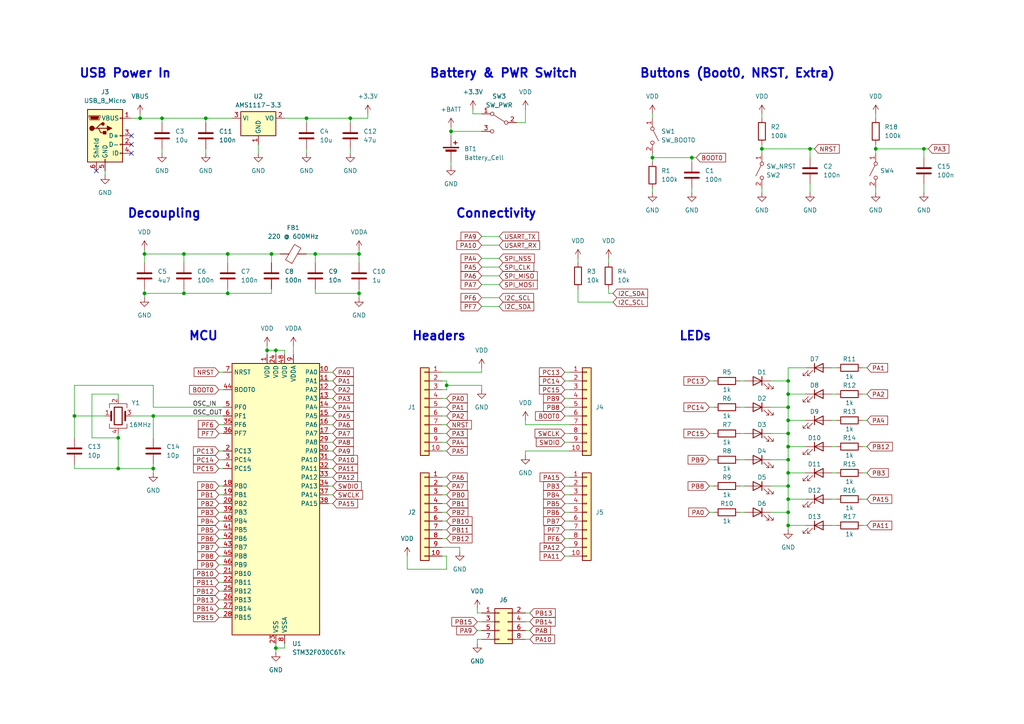
<source format=kicad_sch>
(kicad_sch (version 20230121) (generator eeschema)
  (paper "A4")
  (title_block (title "BeerBoard") (rev "0.1") (company "Potpurri"))
  (lib_symbols
    (symbol "Connector:USB_B_Micro" (pin_names (offset 1.016))
      (property "Reference" "J" (at -5.08 11.43 0))
      (property "Value" "USB_B_Micro" (at -5.08 8.89 0))
      (symbol "USB_B_Micro_1_1"
        (pin power_out line (at 7.62 5.08 180) (length 2.54) (name "VBUS") (number "1"))
        (pin bidirectional line (at 7.62 -2.54 180) (length 2.54) (name "D-") (number "2"))
        (pin bidirectional line (at 7.62 0 180) (length 2.54) (name "D+") (number "3"))
        (pin passive line (at 7.62 -5.08 180) (length 2.54) (name "ID") (number "4"))
        (pin power_out line (at 0 -10.16 90) (length 2.54) (name "GND") (number "5"))
        (pin passive line (at -2.54 -10.16 90) (length 2.54) (name "Shield") (number "6"))
      )
    )
    (symbol "Connector_Generic:Conn_01x10" (pin_names (offset 1.016) hide)
      (property "Reference" "J" (at 0 12.7 0))
      (property "Value" "Conn_01x10" (at 0 -15.24 0))
      (symbol "Conn_01x10_1_1"
        (pin passive line (at -5.08 10.16 0) (length 3.81) (name "Pin_1") (number "1"))
        (pin passive line (at -5.08 -12.7 0) (length 3.81) (name "Pin_10") (number "10"))
        (pin passive line (at -5.08 7.62 0) (length 3.81) (name "Pin_2") (number "2"))
        (pin passive line (at -5.08 5.08 0) (length 3.81) (name "Pin_3") (number "3"))
        (pin passive line (at -5.08 2.54 0) (length 3.81) (name "Pin_4") (number "4"))
        (pin passive line (at -5.08 0 0) (length 3.81) (name "Pin_5") (number "5"))
        (pin passive line (at -5.08 -2.54 0) (length 3.81) (name "Pin_6") (number "6"))
        (pin passive line (at -5.08 -5.08 0) (length 3.81) (name "Pin_7") (number "7"))
        (pin passive line (at -5.08 -7.62 0) (length 3.81) (name "Pin_8") (number "8"))
        (pin passive line (at -5.08 -10.16 0) (length 3.81) (name "Pin_9") (number "9"))
      )
    )
    (symbol "Connector_Generic:Conn_02x04_Odd_Even" (pin_names (offset 1.016) hide)
      (property "Reference" "J" (at 1.27 5.08 0))
      (property "Value" "Conn_02x04_Odd_Even" (at 1.27 -7.62 0))
      (symbol "Conn_02x04_Odd_Even_1_1"
        (pin passive line (at -5.08 2.54 0) (length 3.81) (name "Pin_1") (number "1"))
        (pin passive line (at 7.62 2.54 180) (length 3.81) (name "Pin_2") (number "2"))
        (pin passive line (at -5.08 0 0) (length 3.81) (name "Pin_3") (number "3"))
        (pin passive line (at 7.62 0 180) (length 3.81) (name "Pin_4") (number "4"))
        (pin passive line (at -5.08 -2.54 0) (length 3.81) (name "Pin_5") (number "5"))
        (pin passive line (at 7.62 -2.54 180) (length 3.81) (name "Pin_6") (number "6"))
        (pin passive line (at -5.08 -5.08 0) (length 3.81) (name "Pin_7") (number "7"))
        (pin passive line (at 7.62 -5.08 180) (length 3.81) (name "Pin_8") (number "8"))
      )
    )
    (symbol "Device:Battery_Cell" (pin_numbers hide) (pin_names (offset 0) hide)
      (property "Reference" "BT" (at 2.54 2.54 0))
      (property "Value" "Battery_Cell" (at 2.54 0 0))
      (symbol "Battery_Cell_1_1"
        (pin passive line (at 0 5.08 270) (length 2.54) (name "+") (number "1"))
        (pin passive line (at 0 -2.54 90) (length 2.54) (name "-") (number "2"))
      )
    )
    (symbol "Device:C" (pin_numbers hide) (pin_names (offset 0.254))
      (property "Reference" "C" (at 0.635 2.54 0))
      (property "Value" "C" (at 0.635 -2.54 0))
      (symbol "C_1_1"
        (pin passive line (at 0 3.81 270) (length 2.794) (name "~") (number "1"))
        (pin passive line (at 0 -3.81 90) (length 2.794) (name "~") (number "2"))
      )
    )
    (symbol "Device:Crystal_GND24" (pin_names (offset 1.016) hide)
      (property "Reference" "Y" (at 3.175 5.08 0))
      (property "Value" "Crystal_GND24" (at 3.175 3.175 0))
      (symbol "Crystal_GND24_1_1"
        (pin passive line (at -3.81 0 0) (length 1.27) (name "1") (number "1"))
        (pin passive line (at 0 5.08 270) (length 1.27) (name "2") (number "2"))
        (pin passive line (at 3.81 0 180) (length 1.27) (name "3") (number "3"))
        (pin passive line (at 0 -5.08 90) (length 1.27) (name "4") (number "4"))
      )
    )
    (symbol "Device:FerriteBead" (pin_numbers hide) (pin_names (offset 0))
      (property "Reference" "FB" (at -3.81 0.635 90))
      (property "Value" "FerriteBead" (at 3.81 0 90))
      (symbol "FerriteBead_1_1"
        (pin passive line (at 0 3.81 270) (length 2.54) (name "~") (number "1"))
        (pin passive line (at 0 -3.81 90) (length 2.54) (name "~") (number "2"))
      )
    )
    (symbol "Device:LED" (pin_numbers hide) (pin_names (offset 1.016) hide)
      (property "Reference" "D" (at 0 2.54 0))
      (property "Value" "LED" (at 0 -2.54 0))
      (symbol "LED_1_1"
        (pin passive line (at -3.81 0 0) (length 2.54) (name "K") (number "1"))
        (pin passive line (at 3.81 0 180) (length 2.54) (name "A") (number "2"))
      )
    )
    (symbol "Device:R" (pin_numbers hide) (pin_names (offset 0))
      (property "Reference" "R" (at 2.032 0 90))
      (property "Value" "R" (at 0 0 90))
      (symbol "R_1_1"
        (pin passive line (at 0 3.81 270) (length 1.27) (name "~") (number "1"))
        (pin passive line (at 0 -3.81 90) (length 1.27) (name "~") (number "2"))
      )
    )
    (symbol "MCU_ST_STM32F0:STM32F030C6Tx"
      (property "Reference" "U" (at -12.7 41.91 0))
      (property "Value" "STM32F030C6Tx" (at 7.62 41.91 0))
      (symbol "STM32F030C6Tx_1_1"
        (pin power_in line (at -2.54 43.18 270) (length 2.54) (name "VDD") (number "1"))
        (pin bidirectional line (at 15.24 38.1 180) (length 2.54) (name "PA0") (number "10"))
        (pin bidirectional line (at 15.24 35.56 180) (length 2.54) (name "PA1") (number "11"))
        (pin bidirectional line (at 15.24 33.02 180) (length 2.54) (name "PA2") (number "12"))
        (pin bidirectional line (at 15.24 30.48 180) (length 2.54) (name "PA3") (number "13"))
        (pin bidirectional line (at 15.24 27.94 180) (length 2.54) (name "PA4") (number "14"))
        (pin bidirectional line (at 15.24 25.4 180) (length 2.54) (name "PA5") (number "15"))
        (pin bidirectional line (at 15.24 22.86 180) (length 2.54) (name "PA6") (number "16"))
        (pin bidirectional line (at 15.24 20.32 180) (length 2.54) (name "PA7") (number "17"))
        (pin bidirectional line (at -15.24 5.08 0) (length 2.54) (name "PB0") (number "18"))
        (pin bidirectional line (at -15.24 2.54 0) (length 2.54) (name "PB1") (number "19"))
        (pin bidirectional line (at -15.24 15.24 0) (length 2.54) (name "PC13") (number "2"))
        (pin bidirectional line (at -15.24 0 0) (length 2.54) (name "PB2") (number "20"))
        (pin bidirectional line (at -15.24 -20.32 0) (length 2.54) (name "PB10") (number "21"))
        (pin bidirectional line (at -15.24 -22.86 0) (length 2.54) (name "PB11") (number "22"))
        (pin power_in line (at 0 -40.64 90) (length 2.54) (name "VSS") (number "23"))
        (pin power_in line (at 0 43.18 270) (length 2.54) (name "VDD") (number "24"))
        (pin bidirectional line (at -15.24 -25.4 0) (length 2.54) (name "PB12") (number "25"))
        (pin bidirectional line (at -15.24 -27.94 0) (length 2.54) (name "PB13") (number "26"))
        (pin bidirectional line (at -15.24 -30.48 0) (length 2.54) (name "PB14") (number "27"))
        (pin bidirectional line (at -15.24 -33.02 0) (length 2.54) (name "PB15") (number "28"))
        (pin bidirectional line (at 15.24 17.78 180) (length 2.54) (name "PA8") (number "29"))
        (pin bidirectional line (at -15.24 12.7 0) (length 2.54) (name "PC14") (number "3"))
        (pin bidirectional line (at 15.24 15.24 180) (length 2.54) (name "PA9") (number "30"))
        (pin bidirectional line (at 15.24 12.7 180) (length 2.54) (name "PA10") (number "31"))
        (pin bidirectional line (at 15.24 10.16 180) (length 2.54) (name "PA11") (number "32"))
        (pin bidirectional line (at 15.24 7.62 180) (length 2.54) (name "PA12") (number "33"))
        (pin bidirectional line (at 15.24 5.08 180) (length 2.54) (name "PA13") (number "34"))
        (pin bidirectional line (at -15.24 22.86 0) (length 2.54) (name "PF6") (number "35"))
        (pin bidirectional line (at -15.24 20.32 0) (length 2.54) (name "PF7") (number "36"))
        (pin bidirectional line (at 15.24 2.54 180) (length 2.54) (name "PA14") (number "37"))
        (pin bidirectional line (at 15.24 0 180) (length 2.54) (name "PA15") (number "38"))
        (pin bidirectional line (at -15.24 -2.54 0) (length 2.54) (name "PB3") (number "39"))
        (pin bidirectional line (at -15.24 10.16 0) (length 2.54) (name "PC15") (number "4"))
        (pin bidirectional line (at -15.24 -5.08 0) (length 2.54) (name "PB4") (number "40"))
        (pin bidirectional line (at -15.24 -7.62 0) (length 2.54) (name "PB5") (number "41"))
        (pin bidirectional line (at -15.24 -10.16 0) (length 2.54) (name "PB6") (number "42"))
        (pin bidirectional line (at -15.24 -12.7 0) (length 2.54) (name "PB7") (number "43"))
        (pin input line (at -15.24 33.02 0) (length 2.54) (name "BOOT0") (number "44"))
        (pin bidirectional line (at -15.24 -15.24 0) (length 2.54) (name "PB8") (number "45"))
        (pin bidirectional line (at -15.24 -17.78 0) (length 2.54) (name "PB9") (number "46"))
        (pin passive line (at 0 -40.64 90) (length 2.54) hide (name "VSS") (number "47"))
        (pin power_in line (at 2.54 43.18 270) (length 2.54) (name "VDD") (number "48"))
        (pin bidirectional line (at -15.24 27.94 0) (length 2.54) (name "PF0") (number "5"))
        (pin bidirectional line (at -15.24 25.4 0) (length 2.54) (name "PF1") (number "6"))
        (pin input line (at -15.24 38.1 0) (length 2.54) (name "NRST") (number "7"))
        (pin power_in line (at 2.54 -40.64 90) (length 2.54) (name "VSSA") (number "8"))
        (pin power_in line (at 5.08 43.18 270) (length 2.54) (name "VDDA") (number "9"))
      )
    )
    (symbol "Regulator_Linear:AMS1117-3.3"
      (property "Reference" "U" (at -3.81 3.175 0))
      (property "Value" "AMS1117-3.3" (at 0 3.175 0))
      (symbol "AMS1117-3.3_1_1"
        (pin power_in line (at 0 -7.62 90) (length 2.54) (name "GND") (number "1"))
        (pin power_out line (at 7.62 0 180) (length 2.54) (name "VO") (number "2"))
        (pin power_in line (at -7.62 0 0) (length 2.54) (name "VI") (number "3"))
      )
    )
    (symbol "Switch:SW_SPDT" (pin_names (offset 0) hide)
      (property "Reference" "SW" (at 0 4.318 0))
      (property "Value" "SW_SPDT" (at 0 -5.08 0))
      (symbol "SW_SPDT_1_1"
        (pin passive line (at 5.08 2.54 180) (length 2.54) (name "A") (number "1"))
        (pin passive line (at -5.08 0 0) (length 2.54) (name "B") (number "2"))
        (pin passive line (at 5.08 -2.54 180) (length 2.54) (name "C") (number "3"))
      )
    )
    (symbol "Switch:SW_SPST" (pin_names (offset 0) hide)
      (property "Reference" "SW" (at 0 3.175 0))
      (property "Value" "SW_SPST" (at 0 -2.54 0))
      (symbol "SW_SPST_1_1"
        (pin passive line (at -5.08 0 0) (length 2.54) (name "A") (number "1"))
        (pin passive line (at 5.08 0 180) (length 2.54) (name "B") (number "2"))
      )
    )
    (symbol "power:+3.3V" (power) (pin_names (offset 0))
      (property "Value" "+3.3V" (at 0 3.556 0))
      (symbol "+3.3V_1_1"
        (pin power_in line (at 0 0 90) (length 0) hide (name "+3.3V") (number "1"))
      )
    )
    (symbol "power:+BATT" (power) (pin_names (offset 0))
      (property "Value" "+BATT" (at 0 3.556 0))
      (symbol "+BATT_1_1"
        (pin power_in line (at 0 0 90) (length 0) hide (name "+BATT") (number "1"))
      )
    )
    (symbol "power:GND" (power) (pin_names (offset 0))
      (property "Value" "GND" (at 0 -3.81 0))
      (symbol "GND_1_1"
        (pin power_in line (at 0 0 270) (length 0) hide (name "GND") (number "1"))
      )
    )
    (symbol "power:VBUS" (power) (pin_names (offset 0))
      (property "Value" "VBUS" (at 0 3.81 0))
      (symbol "VBUS_1_1"
        (pin power_in line (at 0 0 90) (length 0) hide (name "VBUS") (number "1"))
      )
    )
    (symbol "power:VDD" (power) (pin_names (offset 0))
      (property "Value" "VDD" (at 0 3.81 0))
      (symbol "VDD_1_1"
        (pin power_in line (at 0 0 90) (length 0) hide (name "VDD") (number "1"))
      )
    )
    (symbol "power:VDDA" (power) (pin_names (offset 0))
      (property "Value" "VDDA" (at 0 3.81 0))
      (symbol "VDDA_1_1"
        (pin power_in line (at 0 0 90) (length 0) hide (name "VDDA") (number "1"))
      )
    )
  )
  (junction (at 41.91 85.09))
  (junction (at 53.34 85.09))
  (junction (at 91.44 73.66))
  (junction (at 53.34 73.66))
  (junction (at 228.6 137.16))
  (junction (at 228.6 118.11))
  (junction (at 44.45 120.65))
  (junction (at 41.91 73.66))
  (junction (at 200.66 45.72))
  (junction (at 228.6 114.3))
  (junction (at 228.6 144.78))
  (junction (at 66.04 85.09))
  (junction (at 40.64 34.29))
  (junction (at 228.6 133.35))
  (junction (at 254 43.18))
  (junction (at 130.81 38.1))
  (junction (at 228.6 129.54))
  (junction (at 220.98 43.18))
  (junction (at 44.45 135.89))
  (junction (at 66.04 73.66))
  (junction (at 21.59 120.65))
  (junction (at 59.69 34.29))
  (junction (at 234.95 43.18))
  (junction (at 228.6 140.97))
  (junction (at 104.14 73.66))
  (junction (at 88.9 34.29))
  (junction (at 77.47 101.6))
  (junction (at 189.23 45.72))
  (junction (at 34.29 135.89))
  (junction (at 78.74 73.66))
  (junction (at 104.14 85.09))
  (junction (at 34.29 127))
  (junction (at 228.6 110.49))
  (junction (at 228.6 152.4))
  (junction (at 228.6 121.92))
  (junction (at 267.97 43.18))
  (junction (at 80.01 101.6))
  (junction (at 46.99 34.29))
  (junction (at 228.6 125.73))
  (junction (at 129.54 111.76))
  (junction (at 80.01 187.96))
  (junction (at 228.6 148.59))
  (junction (at 101.6 34.29))
  (no_connect (at 38.1 44.45))
  (no_connect (at 38.1 39.37))
  (no_connect (at 38.1 41.91))
  (no_connect (at 27.94 49.53))
  (wire (pts (xy 167.64 83.82) (xy 167.64 87.63)))
  (wire (pts (xy 129.54 110.49) (xy 128.27 110.49)))
  (wire (pts (xy 106.68 33.02) (xy 106.68 34.29)))
  (wire (pts (xy 128.27 118.11) (xy 129.54 118.11)))
  (wire (pts (xy 220.98 54.61) (xy 220.98 55.88)))
  (wire (pts (xy 44.45 135.89) (xy 44.45 137.16)))
  (wire (pts (xy 80.01 187.96) (xy 80.01 189.23)))
  (wire (pts (xy 189.23 46.99) (xy 189.23 45.72)))
  (wire (pts (xy 163.83 161.29) (xy 165.1 161.29)))
  (wire (pts (xy 220.98 41.91) (xy 220.98 43.18)))
  (wire (pts (xy 74.93 41.91) (xy 74.93 44.45)))
  (wire (pts (xy 129.54 110.49) (xy 129.54 111.76)))
  (wire (pts (xy 223.52 133.35) (xy 228.6 133.35)))
  (wire (pts (xy 163.83 118.11) (xy 165.1 118.11)))
  (wire (pts (xy 130.81 38.1) (xy 139.7 38.1)))
  (wire (pts (xy 228.6 106.68) (xy 228.6 110.49)))
  (wire (pts (xy 228.6 114.3) (xy 228.6 110.49)))
  (wire (pts (xy 40.64 33.02) (xy 40.64 34.29)))
  (wire (pts (xy 63.5 166.37) (xy 64.77 166.37)))
  (wire (pts (xy 228.6 140.97) (xy 228.6 144.78)))
  (wire (pts (xy 44.45 120.65) (xy 64.77 120.65)))
  (wire (pts (xy 254 43.18) (xy 254 44.45)))
  (wire (pts (xy 254 41.91) (xy 254 43.18)))
  (wire (pts (xy 34.29 114.3) (xy 26.67 114.3)))
  (wire (pts (xy 152.4 35.56) (xy 152.4 31.75)))
  (wire (pts (xy 80.01 102.87) (xy 80.01 101.6)))
  (wire (pts (xy 228.6 137.16) (xy 228.6 133.35)))
  (wire (pts (xy 228.6 121.92) (xy 228.6 125.73)))
  (wire (pts (xy 251.46 144.78) (xy 250.19 144.78)))
  (wire (pts (xy 95.25 107.95) (xy 96.52 107.95)))
  (wire (pts (xy 234.95 53.34) (xy 234.95 55.88)))
  (wire (pts (xy 101.6 34.29) (xy 101.6 35.56)))
  (wire (pts (xy 220.98 33.02) (xy 220.98 34.29)))
  (wire (pts (xy 95.25 135.89) (xy 96.52 135.89)))
  (wire (pts (xy 95.25 113.03) (xy 96.52 113.03)))
  (wire (pts (xy 82.55 34.29) (xy 88.9 34.29)))
  (wire (pts (xy 91.44 85.09) (xy 91.44 83.82)))
  (wire (pts (xy 46.99 43.18) (xy 46.99 44.45)))
  (wire (pts (xy 176.53 74.93) (xy 176.53 76.2)))
  (wire (pts (xy 80.01 101.6) (xy 77.47 101.6)))
  (wire (pts (xy 63.5 161.29) (xy 64.77 161.29)))
  (wire (pts (xy 78.74 85.09) (xy 66.04 85.09)))
  (wire (pts (xy 128.27 151.13) (xy 129.54 151.13)))
  (wire (pts (xy 242.57 137.16) (xy 241.3 137.16)))
  (wire (pts (xy 44.45 134.62) (xy 44.45 135.89)))
  (wire (pts (xy 88.9 34.29) (xy 101.6 34.29)))
  (wire (pts (xy 128.27 123.19) (xy 129.54 123.19)))
  (wire (pts (xy 63.5 133.35) (xy 64.77 133.35)))
  (wire (pts (xy 163.83 120.65) (xy 165.1 120.65)))
  (wire (pts (xy 128.27 125.73) (xy 129.54 125.73)))
  (wire (pts (xy 163.83 140.97) (xy 165.1 140.97)))
  (wire (pts (xy 21.59 134.62) (xy 21.59 135.89)))
  (wire (pts (xy 46.99 34.29) (xy 59.69 34.29)))
  (wire (pts (xy 59.69 34.29) (xy 59.69 35.56)))
  (wire (pts (xy 139.7 88.9) (xy 144.78 88.9)))
  (wire (pts (xy 101.6 34.29) (xy 106.68 34.29)))
  (wire (pts (xy 137.16 31.75) (xy 137.16 33.02)))
  (wire (pts (xy 63.5 125.73) (xy 64.77 125.73)))
  (wire (pts (xy 41.91 83.82) (xy 41.91 85.09)))
  (wire (pts (xy 152.4 35.56) (xy 149.86 35.56)))
  (wire (pts (xy 128.27 146.05) (xy 129.54 146.05)))
  (wire (pts (xy 21.59 111.76) (xy 21.59 120.65)))
  (wire (pts (xy 118.11 165.1) (xy 129.54 165.1)))
  (wire (pts (xy 104.14 76.2) (xy 104.14 73.66)))
  (wire (pts (xy 139.7 77.47) (xy 144.78 77.47)))
  (wire (pts (xy 152.4 121.92) (xy 152.4 123.19)))
  (wire (pts (xy 95.25 123.19) (xy 96.52 123.19)))
  (wire (pts (xy 189.23 45.72) (xy 200.66 45.72)))
  (wire (pts (xy 63.5 151.13) (xy 64.77 151.13)))
  (wire (pts (xy 40.64 34.29) (xy 46.99 34.29)))
  (wire (pts (xy 205.74 125.73) (xy 207.01 125.73)))
  (wire (pts (xy 53.34 76.2) (xy 53.34 73.66)))
  (wire (pts (xy 251.46 129.54) (xy 250.19 129.54)))
  (wire (pts (xy 129.54 113.03) (xy 128.27 113.03)))
  (wire (pts (xy 139.7 111.76) (xy 139.7 113.03)))
  (wire (pts (xy 152.4 185.42) (xy 153.67 185.42)))
  (wire (pts (xy 228.6 137.16) (xy 228.6 140.97)))
  (wire (pts (xy 214.63 118.11) (xy 215.9 118.11)))
  (wire (pts (xy 228.6 129.54) (xy 228.6 125.73)))
  (wire (pts (xy 26.67 127) (xy 34.29 127)))
  (wire (pts (xy 63.5 113.03) (xy 64.77 113.03)))
  (wire (pts (xy 214.63 140.97) (xy 215.9 140.97)))
  (wire (pts (xy 138.43 185.42) (xy 139.7 185.42)))
  (wire (pts (xy 138.43 182.88) (xy 139.7 182.88)))
  (wire (pts (xy 21.59 120.65) (xy 30.48 120.65)))
  (wire (pts (xy 104.14 85.09) (xy 104.14 86.36)))
  (wire (pts (xy 139.7 111.76) (xy 129.54 111.76)))
  (wire (pts (xy 95.25 130.81) (xy 96.52 130.81)))
  (wire (pts (xy 200.66 54.61) (xy 200.66 55.88)))
  (wire (pts (xy 267.97 43.18) (xy 267.97 45.72)))
  (wire (pts (xy 101.6 43.18) (xy 101.6 44.45)))
  (wire (pts (xy 128.27 138.43) (xy 129.54 138.43)))
  (wire (pts (xy 44.45 118.11) (xy 44.45 111.76)))
  (wire (pts (xy 152.4 182.88) (xy 153.67 182.88)))
  (wire (pts (xy 88.9 73.66) (xy 91.44 73.66)))
  (wire (pts (xy 205.74 118.11) (xy 207.01 118.11)))
  (wire (pts (xy 95.25 110.49) (xy 96.52 110.49)))
  (wire (pts (xy 138.43 176.53) (xy 138.43 177.8)))
  (wire (pts (xy 163.83 110.49) (xy 165.1 110.49)))
  (wire (pts (xy 242.57 129.54) (xy 241.3 129.54)))
  (wire (pts (xy 228.6 121.92) (xy 233.68 121.92)))
  (wire (pts (xy 129.54 165.1) (xy 129.54 161.29)))
  (wire (pts (xy 167.64 74.93) (xy 167.64 76.2)))
  (wire (pts (xy 228.6 144.78) (xy 233.68 144.78)))
  (wire (pts (xy 63.5 168.91) (xy 64.77 168.91)))
  (wire (pts (xy 128.27 153.67) (xy 129.54 153.67)))
  (wire (pts (xy 139.7 80.01) (xy 144.78 80.01)))
  (wire (pts (xy 129.54 161.29) (xy 128.27 161.29)))
  (wire (pts (xy 200.66 45.72) (xy 200.66 46.99)))
  (wire (pts (xy 38.1 120.65) (xy 44.45 120.65)))
  (wire (pts (xy 95.25 125.73) (xy 96.52 125.73)))
  (wire (pts (xy 214.63 110.49) (xy 215.9 110.49)))
  (wire (pts (xy 53.34 73.66) (xy 66.04 73.66)))
  (wire (pts (xy 88.9 43.18) (xy 88.9 44.45)))
  (wire (pts (xy 118.11 161.29) (xy 118.11 165.1)))
  (wire (pts (xy 63.5 153.67) (xy 64.77 153.67)))
  (wire (pts (xy 63.5 163.83) (xy 64.77 163.83)))
  (wire (pts (xy 220.98 43.18) (xy 234.95 43.18)))
  (wire (pts (xy 130.81 46.99) (xy 130.81 48.26)))
  (wire (pts (xy 41.91 85.09) (xy 53.34 85.09)))
  (wire (pts (xy 63.5 146.05) (xy 64.77 146.05)))
  (wire (pts (xy 163.83 107.95) (xy 165.1 107.95)))
  (wire (pts (xy 228.6 129.54) (xy 233.68 129.54)))
  (wire (pts (xy 254 54.61) (xy 254 55.88)))
  (wire (pts (xy 129.54 111.76) (xy 129.54 113.03)))
  (wire (pts (xy 137.16 33.02) (xy 139.7 33.02)))
  (wire (pts (xy 41.91 72.39) (xy 41.91 73.66)))
  (wire (pts (xy 63.5 148.59) (xy 64.77 148.59)))
  (wire (pts (xy 138.43 186.69) (xy 138.43 185.42)))
  (wire (pts (xy 44.45 120.65) (xy 44.45 127)))
  (wire (pts (xy 77.47 101.6) (xy 77.47 102.87)))
  (wire (pts (xy 85.09 100.33) (xy 85.09 102.87)))
  (wire (pts (xy 95.25 128.27) (xy 96.52 128.27)))
  (wire (pts (xy 139.7 82.55) (xy 144.78 82.55)))
  (wire (pts (xy 267.97 43.18) (xy 269.24 43.18)))
  (wire (pts (xy 214.63 133.35) (xy 215.9 133.35)))
  (wire (pts (xy 130.81 36.83) (xy 130.81 38.1)))
  (wire (pts (xy 95.25 143.51) (xy 96.52 143.51)))
  (wire (pts (xy 139.7 107.95) (xy 128.27 107.95)))
  (wire (pts (xy 242.57 106.68) (xy 241.3 106.68)))
  (wire (pts (xy 163.83 146.05) (xy 165.1 146.05)))
  (wire (pts (xy 251.46 152.4) (xy 250.19 152.4)))
  (wire (pts (xy 91.44 76.2) (xy 91.44 73.66)))
  (wire (pts (xy 251.46 106.68) (xy 250.19 106.68)))
  (wire (pts (xy 138.43 180.34) (xy 139.7 180.34)))
  (wire (pts (xy 26.67 114.3) (xy 26.67 127)))
  (wire (pts (xy 139.7 71.12) (xy 144.78 71.12)))
  (wire (pts (xy 251.46 114.3) (xy 250.19 114.3)))
  (wire (pts (xy 214.63 125.73) (xy 215.9 125.73)))
  (wire (pts (xy 152.4 180.34) (xy 153.67 180.34)))
  (wire (pts (xy 88.9 34.29) (xy 88.9 35.56)))
  (wire (pts (xy 53.34 85.09) (xy 66.04 85.09)))
  (wire (pts (xy 63.5 135.89) (xy 64.77 135.89)))
  (wire (pts (xy 128.27 115.57) (xy 129.54 115.57)))
  (wire (pts (xy 63.5 173.99) (xy 64.77 173.99)))
  (wire (pts (xy 251.46 121.92) (xy 250.19 121.92)))
  (wire (pts (xy 163.83 148.59) (xy 165.1 148.59)))
  (wire (pts (xy 80.01 186.69) (xy 80.01 187.96)))
  (wire (pts (xy 163.83 125.73) (xy 165.1 125.73)))
  (wire (pts (xy 38.1 34.29) (xy 40.64 34.29)))
  (wire (pts (xy 95.25 146.05) (xy 96.52 146.05)))
  (wire (pts (xy 139.7 74.93) (xy 144.78 74.93)))
  (wire (pts (xy 80.01 187.96) (xy 82.55 187.96)))
  (wire (pts (xy 41.91 73.66) (xy 53.34 73.66)))
  (wire (pts (xy 95.25 120.65) (xy 96.52 120.65)))
  (wire (pts (xy 189.23 54.61) (xy 189.23 55.88)))
  (wire (pts (xy 78.74 76.2) (xy 78.74 73.66)))
  (wire (pts (xy 163.83 138.43) (xy 165.1 138.43)))
  (wire (pts (xy 34.29 127) (xy 34.29 125.73)))
  (wire (pts (xy 128.27 140.97) (xy 129.54 140.97)))
  (wire (pts (xy 78.74 73.66) (xy 66.04 73.66)))
  (wire (pts (xy 152.4 130.81) (xy 152.4 132.08)))
  (wire (pts (xy 44.45 111.76) (xy 21.59 111.76)))
  (wire (pts (xy 223.52 148.59) (xy 228.6 148.59)))
  (wire (pts (xy 242.57 144.78) (xy 241.3 144.78)))
  (wire (pts (xy 34.29 115.57) (xy 34.29 114.3)))
  (wire (pts (xy 44.45 118.11) (xy 64.77 118.11)))
  (wire (pts (xy 34.29 135.89) (xy 21.59 135.89)))
  (wire (pts (xy 95.25 118.11) (xy 96.52 118.11)))
  (wire (pts (xy 189.23 44.45) (xy 189.23 45.72)))
  (wire (pts (xy 228.6 148.59) (xy 228.6 152.4)))
  (wire (pts (xy 267.97 53.34) (xy 267.97 55.88)))
  (wire (pts (xy 63.5 176.53) (xy 64.77 176.53)))
  (wire (pts (xy 91.44 85.09) (xy 104.14 85.09)))
  (wire (pts (xy 63.5 140.97) (xy 64.77 140.97)))
  (wire (pts (xy 214.63 148.59) (xy 215.9 148.59)))
  (wire (pts (xy 189.23 33.02) (xy 189.23 34.29)))
  (wire (pts (xy 254 33.02) (xy 254 34.29)))
  (wire (pts (xy 242.57 114.3) (xy 241.3 114.3)))
  (wire (pts (xy 167.64 87.63) (xy 177.8 87.63)))
  (wire (pts (xy 242.57 121.92) (xy 241.3 121.92)))
  (wire (pts (xy 46.99 35.56) (xy 46.99 34.29)))
  (wire (pts (xy 205.74 133.35) (xy 207.01 133.35)))
  (wire (pts (xy 163.83 153.67) (xy 165.1 153.67)))
  (wire (pts (xy 254 43.18) (xy 267.97 43.18)))
  (wire (pts (xy 53.34 83.82) (xy 53.34 85.09)))
  (wire (pts (xy 228.6 137.16) (xy 233.68 137.16)))
  (wire (pts (xy 228.6 106.68) (xy 233.68 106.68)))
  (wire (pts (xy 163.83 156.21) (xy 165.1 156.21)))
  (wire (pts (xy 63.5 130.81) (xy 64.77 130.81)))
  (wire (pts (xy 44.45 135.89) (xy 34.29 135.89)))
  (wire (pts (xy 228.6 152.4) (xy 233.68 152.4)))
  (wire (pts (xy 95.25 138.43) (xy 96.52 138.43)))
  (wire (pts (xy 59.69 34.29) (xy 67.31 34.29)))
  (wire (pts (xy 59.69 43.18) (xy 59.69 44.45)))
  (wire (pts (xy 128.27 120.65) (xy 129.54 120.65)))
  (wire (pts (xy 82.55 186.69) (xy 82.55 187.96)))
  (wire (pts (xy 139.7 106.68) (xy 139.7 107.95)))
  (wire (pts (xy 139.7 86.36) (xy 144.78 86.36)))
  (wire (pts (xy 63.5 143.51) (xy 64.77 143.51)))
  (wire (pts (xy 63.5 158.75) (xy 64.77 158.75)))
  (wire (pts (xy 63.5 171.45) (xy 64.77 171.45)))
  (wire (pts (xy 228.6 129.54) (xy 228.6 133.35)))
  (wire (pts (xy 152.4 177.8) (xy 153.67 177.8)))
  (wire (pts (xy 128.27 158.75) (xy 133.35 158.75)))
  (wire (pts (xy 66.04 73.66) (xy 66.04 76.2)))
  (wire (pts (xy 133.35 158.75) (xy 133.35 160.02)))
  (wire (pts (xy 82.55 101.6) (xy 80.01 101.6)))
  (wire (pts (xy 251.46 137.16) (xy 250.19 137.16)))
  (wire (pts (xy 95.25 115.57) (xy 96.52 115.57)))
  (wire (pts (xy 130.81 38.1) (xy 130.81 39.37)))
  (wire (pts (xy 95.25 140.97) (xy 96.52 140.97)))
  (wire (pts (xy 163.83 115.57) (xy 165.1 115.57)))
  (wire (pts (xy 63.5 156.21) (xy 64.77 156.21)))
  (wire (pts (xy 21.59 127) (xy 21.59 120.65)))
  (wire (pts (xy 139.7 68.58) (xy 144.78 68.58)))
  (wire (pts (xy 220.98 43.18) (xy 220.98 44.45)))
  (wire (pts (xy 228.6 152.4) (xy 228.6 153.67)))
  (wire (pts (xy 163.83 113.03) (xy 165.1 113.03)))
  (wire (pts (xy 228.6 121.92) (xy 228.6 118.11)))
  (wire (pts (xy 66.04 83.82) (xy 66.04 85.09)))
  (wire (pts (xy 163.83 158.75) (xy 165.1 158.75)))
  (wire (pts (xy 163.83 128.27) (xy 165.1 128.27)))
  (wire (pts (xy 228.6 114.3) (xy 228.6 118.11)))
  (wire (pts (xy 41.91 85.09) (xy 41.91 86.36)))
  (wire (pts (xy 104.14 83.82) (xy 104.14 85.09)))
  (wire (pts (xy 128.27 128.27) (xy 129.54 128.27)))
  (wire (pts (xy 63.5 179.07) (xy 64.77 179.07)))
  (wire (pts (xy 128.27 130.81) (xy 129.54 130.81)))
  (wire (pts (xy 128.27 148.59) (xy 129.54 148.59)))
  (wire (pts (xy 176.53 85.09) (xy 177.8 85.09)))
  (wire (pts (xy 30.48 49.53) (xy 30.48 50.8)))
  (wire (pts (xy 163.83 151.13) (xy 165.1 151.13)))
  (wire (pts (xy 78.74 83.82) (xy 78.74 85.09)))
  (wire (pts (xy 176.53 83.82) (xy 176.53 85.09)))
  (wire (pts (xy 77.47 100.33) (xy 77.47 101.6)))
  (wire (pts (xy 234.95 43.18) (xy 234.95 45.72)))
  (wire (pts (xy 128.27 143.51) (xy 129.54 143.51)))
  (wire (pts (xy 234.95 43.18) (xy 236.22 43.18)))
  (wire (pts (xy 223.52 140.97) (xy 228.6 140.97)))
  (wire (pts (xy 34.29 127) (xy 34.29 135.89)))
  (wire (pts (xy 41.91 76.2) (xy 41.91 73.66)))
  (wire (pts (xy 163.83 143.51) (xy 165.1 143.51)))
  (wire (pts (xy 63.5 123.19) (xy 64.77 123.19)))
  (wire (pts (xy 91.44 73.66) (xy 104.14 73.66)))
  (wire (pts (xy 242.57 152.4) (xy 241.3 152.4)))
  (wire (pts (xy 223.52 110.49) (xy 228.6 110.49)))
  (wire (pts (xy 205.74 140.97) (xy 207.01 140.97)))
  (wire (pts (xy 205.74 110.49) (xy 207.01 110.49)))
  (wire (pts (xy 63.5 107.95) (xy 64.77 107.95)))
  (wire (pts (xy 228.6 144.78) (xy 228.6 148.59)))
  (wire (pts (xy 223.52 125.73) (xy 228.6 125.73)))
  (wire (pts (xy 138.43 177.8) (xy 139.7 177.8)))
  (wire (pts (xy 104.14 72.39) (xy 104.14 73.66)))
  (wire (pts (xy 152.4 123.19) (xy 165.1 123.19)))
  (wire (pts (xy 128.27 156.21) (xy 129.54 156.21)))
  (wire (pts (xy 95.25 133.35) (xy 96.52 133.35)))
  (wire (pts (xy 152.4 130.81) (xy 165.1 130.81)))
  (wire (pts (xy 201.93 45.72) (xy 200.66 45.72)))
  (wire (pts (xy 78.74 73.66) (xy 81.28 73.66)))
  (wire (pts (xy 205.74 148.59) (xy 207.01 148.59)))
  (wire (pts (xy 223.52 118.11) (xy 228.6 118.11)))
  (wire (pts (xy 82.55 102.87) (xy 82.55 101.6)))
  (wire (pts (xy 228.6 114.3) (xy 233.68 114.3)))
  (text "MCU" (at 54.61 99.06 0) (effects (font (size 2.54 2.54) (thickness 0.508) bold) (justify left bottom)))
  (text "Decoupling" (at 36.83 63.5 0) (effects (font (size 2.54 2.54) (thickness 0.508) bold) (justify left bottom)))
  (text "USB Power In" (at 22.86 22.86 0) (effects (font (size 2.54 2.54) (thickness 0.508) bold) (justify left bottom)))
  (text "Headers" (at 119.38 99.06 0) (effects (font (size 2.54 2.54) (thickness 0.508) bold) (justify left bottom)))
  (text "Buttons (Boot0, NRST, Extra)" (at 185.42 22.86 0) (effects (font (size 2.54 2.54) (thickness 0.508) bold) (justify left bottom)))
  (text "LEDs" (at 196.85 99.06 0) (effects (font (size 2.54 2.54) (thickness 0.508) bold) (justify left bottom)))
  (text "Connectivity" (at 132.08 63.5 0) (effects (font (size 2.54 2.54) (thickness 0.508) bold) (justify left bottom)))
  (text "Battery & PWR Switch" (at 124.46 22.86 0) (effects (font (size 2.54 2.54) (thickness 0.508) bold) (justify left bottom)))
  (label "OSC_OUT" (at 55.88 120.65 0))
  (label "OSC_IN" (at 55.88 118.11 0))
  (global_label "PB0" (shape input) (at 129.54 143.51 0) (property "Intersheetrefs" "${INTERSHEET_REFS}" (effects hide)))
  (global_label "PA6" (shape input) (at 139.7 80.01 180) (property "Intersheetrefs" "${INTERSHEET_REFS}" (effects hide)))
  (global_label "PA12" (shape input) (at 96.52 138.43 0) (property "Intersheetrefs" "${INTERSHEET_REFS}" (effects hide)))
  (global_label "PA2" (shape input) (at 129.54 120.65 0) (property "Intersheetrefs" "${INTERSHEET_REFS}" (effects hide)))
  (global_label "PB10" (shape input) (at 129.54 151.13 0) (property "Intersheetrefs" "${INTERSHEET_REFS}" (effects hide)))
  (global_label "PF6" (shape input) (at 63.5 123.19 180) (property "Intersheetrefs" "${INTERSHEET_REFS}" (effects hide)))
  (global_label "PA9" (shape input) (at 138.43 182.88 180) (property "Intersheetrefs" "${INTERSHEET_REFS}" (effects hide)))
  (global_label "PA1" (shape input) (at 96.52 110.49 0) (property "Intersheetrefs" "${INTERSHEET_REFS}" (effects hide)))
  (global_label "PB5" (shape input) (at 163.83 146.05 180) (property "Intersheetrefs" "${INTERSHEET_REFS}" (effects hide)))
  (global_label "PA0" (shape input) (at 205.74 148.59 180) (property "Intersheetrefs" "${INTERSHEET_REFS}" (effects hide)))
  (global_label "PA5" (shape input) (at 139.7 77.47 180) (property "Intersheetrefs" "${INTERSHEET_REFS}" (effects hide)))
  (global_label "PB1" (shape input) (at 63.5 143.51 180) (property "Intersheetrefs" "${INTERSHEET_REFS}" (effects hide)))
  (global_label "PB15" (shape input) (at 63.5 179.07 180) (property "Intersheetrefs" "${INTERSHEET_REFS}" (effects hide)))
  (global_label "PB11" (shape input) (at 129.54 153.67 0) (property "Intersheetrefs" "${INTERSHEET_REFS}" (effects hide)))
  (global_label "PB4" (shape input) (at 63.5 151.13 180) (property "Intersheetrefs" "${INTERSHEET_REFS}" (effects hide)))
  (global_label "PB1" (shape input) (at 129.54 146.05 0) (property "Intersheetrefs" "${INTERSHEET_REFS}" (effects hide)))
  (global_label "PF6" (shape input) (at 163.83 156.21 180) (property "Intersheetrefs" "${INTERSHEET_REFS}" (effects hide)))
  (global_label "NRST" (shape input) (at 236.22 43.18 0) (property "Intersheetrefs" "${INTERSHEET_REFS}" (effects hide)))
  (global_label "PC13" (shape input) (at 63.5 130.81 180) (property "Intersheetrefs" "${INTERSHEET_REFS}" (effects hide)))
  (global_label "SPI_MOSI" (shape input) (at 144.78 82.55 0) (property "Intersheetrefs" "${INTERSHEET_REFS}" (effects hide)))
  (global_label "PA3" (shape input) (at 129.54 125.73 0) (property "Intersheetrefs" "${INTERSHEET_REFS}" (effects hide)))
  (global_label "PA4" (shape input) (at 139.7 74.93 180) (property "Intersheetrefs" "${INTERSHEET_REFS}" (effects hide)))
  (global_label "PB8" (shape input) (at 163.83 118.11 180) (property "Intersheetrefs" "${INTERSHEET_REFS}" (effects hide)))
  (global_label "PA11" (shape input) (at 251.46 152.4 0) (property "Intersheetrefs" "${INTERSHEET_REFS}" (effects hide)))
  (global_label "PC15" (shape input) (at 205.74 125.73 180) (property "Intersheetrefs" "${INTERSHEET_REFS}" (effects hide)))
  (global_label "PA9" (shape input) (at 96.52 130.81 0) (property "Intersheetrefs" "${INTERSHEET_REFS}" (effects hide)))
  (global_label "PA15" (shape input) (at 163.83 138.43 180) (property "Intersheetrefs" "${INTERSHEET_REFS}" (effects hide)))
  (global_label "PA11" (shape input) (at 163.83 161.29 180) (property "Intersheetrefs" "${INTERSHEET_REFS}" (effects hide)))
  (global_label "PB9" (shape input) (at 163.83 115.57 180) (property "Intersheetrefs" "${INTERSHEET_REFS}" (effects hide)))
  (global_label "PB2" (shape input) (at 63.5 146.05 180) (property "Intersheetrefs" "${INTERSHEET_REFS}" (effects hide)))
  (global_label "PA15" (shape input) (at 251.46 144.78 0) (property "Intersheetrefs" "${INTERSHEET_REFS}" (effects hide)))
  (global_label "PA0" (shape input) (at 96.52 107.95 0) (property "Intersheetrefs" "${INTERSHEET_REFS}" (effects hide)))
  (global_label "SPI_MISO" (shape input) (at 144.78 80.01 0) (property "Intersheetrefs" "${INTERSHEET_REFS}" (effects hide)))
  (global_label "PF7" (shape input) (at 139.7 88.9 180) (property "Intersheetrefs" "${INTERSHEET_REFS}" (effects hide)))
  (global_label "PB8" (shape input) (at 63.5 161.29 180) (property "Intersheetrefs" "${INTERSHEET_REFS}" (effects hide)))
  (global_label "SWCLK" (shape input) (at 163.83 125.73 180) (property "Intersheetrefs" "${INTERSHEET_REFS}" (effects hide)))
  (global_label "PA3" (shape input) (at 269.24 43.18 0) (property "Intersheetrefs" "${INTERSHEET_REFS}" (effects hide)))
  (global_label "PB14" (shape input) (at 153.67 180.34 0) (property "Intersheetrefs" "${INTERSHEET_REFS}" (effects hide)))
  (global_label "NRST" (shape input) (at 63.5 107.95 180) (property "Intersheetrefs" "${INTERSHEET_REFS}" (effects hide)))
  (global_label "PA6" (shape input) (at 129.54 138.43 0) (property "Intersheetrefs" "${INTERSHEET_REFS}" (effects hide)))
  (global_label "PA3" (shape input) (at 96.52 115.57 0) (property "Intersheetrefs" "${INTERSHEET_REFS}" (effects hide)))
  (global_label "PC14" (shape input) (at 205.74 118.11 180) (property "Intersheetrefs" "${INTERSHEET_REFS}" (effects hide)))
  (global_label "PA1" (shape input) (at 251.46 106.68 0) (property "Intersheetrefs" "${INTERSHEET_REFS}" (effects hide)))
  (global_label "PB9" (shape input) (at 63.5 163.83 180) (property "Intersheetrefs" "${INTERSHEET_REFS}" (effects hide)))
  (global_label "SPI_NSS" (shape input) (at 144.78 74.93 0) (property "Intersheetrefs" "${INTERSHEET_REFS}" (effects hide)))
  (global_label "PA8" (shape input) (at 153.67 182.88 0) (property "Intersheetrefs" "${INTERSHEET_REFS}" (effects hide)))
  (global_label "PC14" (shape input) (at 63.5 133.35 180) (property "Intersheetrefs" "${INTERSHEET_REFS}" (effects hide)))
  (global_label "BOOT0" (shape input) (at 63.5 113.03 180) (property "Intersheetrefs" "${INTERSHEET_REFS}" (effects hide)))
  (global_label "PA5" (shape input) (at 96.52 120.65 0) (property "Intersheetrefs" "${INTERSHEET_REFS}" (effects hide)))
  (global_label "PA4" (shape input) (at 96.52 118.11 0) (property "Intersheetrefs" "${INTERSHEET_REFS}" (effects hide)))
  (global_label "PB13" (shape input) (at 153.67 177.8 0) (property "Intersheetrefs" "${INTERSHEET_REFS}" (effects hide)))
  (global_label "PC13" (shape input) (at 163.83 107.95 180) (property "Intersheetrefs" "${INTERSHEET_REFS}" (effects hide)))
  (global_label "PA11" (shape input) (at 96.52 135.89 0) (property "Intersheetrefs" "${INTERSHEET_REFS}" (effects hide)))
  (global_label "PA2" (shape input) (at 251.46 114.3 0) (property "Intersheetrefs" "${INTERSHEET_REFS}" (effects hide)))
  (global_label "PB13" (shape input) (at 63.5 173.99 180) (property "Intersheetrefs" "${INTERSHEET_REFS}" (effects hide)))
  (global_label "PB12" (shape input) (at 251.46 129.54 0) (property "Intersheetrefs" "${INTERSHEET_REFS}" (effects hide)))
  (global_label "PB5" (shape input) (at 63.5 153.67 180) (property "Intersheetrefs" "${INTERSHEET_REFS}" (effects hide)))
  (global_label "PA7" (shape input) (at 129.54 140.97 0) (property "Intersheetrefs" "${INTERSHEET_REFS}" (effects hide)))
  (global_label "PB15" (shape input) (at 138.43 180.34 180) (property "Intersheetrefs" "${INTERSHEET_REFS}" (effects hide)))
  (global_label "PF7" (shape input) (at 163.83 153.67 180) (property "Intersheetrefs" "${INTERSHEET_REFS}" (effects hide)))
  (global_label "PA8" (shape input) (at 96.52 128.27 0) (property "Intersheetrefs" "${INTERSHEET_REFS}" (effects hide)))
  (global_label "PA4" (shape input) (at 129.54 128.27 0) (property "Intersheetrefs" "${INTERSHEET_REFS}" (effects hide)))
  (global_label "PB12" (shape input) (at 129.54 156.21 0) (property "Intersheetrefs" "${INTERSHEET_REFS}" (effects hide)))
  (global_label "USART_TX" (shape input) (at 144.78 68.58 0) (property "Intersheetrefs" "${INTERSHEET_REFS}" (effects hide)))
  (global_label "PB3" (shape input) (at 63.5 148.59 180) (property "Intersheetrefs" "${INTERSHEET_REFS}" (effects hide)))
  (global_label "PA4" (shape input) (at 251.46 121.92 0) (property "Intersheetrefs" "${INTERSHEET_REFS}" (effects hide)))
  (global_label "PA15" (shape input) (at 96.52 146.05 0) (property "Intersheetrefs" "${INTERSHEET_REFS}" (effects hide)))
  (global_label "BOOT0" (shape input) (at 163.83 120.65 180) (property "Intersheetrefs" "${INTERSHEET_REFS}" (effects hide)))
  (global_label "SPI_CLK" (shape input) (at 144.78 77.47 0) (property "Intersheetrefs" "${INTERSHEET_REFS}" (effects hide)))
  (global_label "PB0" (shape input) (at 63.5 140.97 180) (property "Intersheetrefs" "${INTERSHEET_REFS}" (effects hide)))
  (global_label "I2C_SCL" (shape input) (at 177.8 87.63 0) (property "Intersheetrefs" "${INTERSHEET_REFS}" (effects hide)))
  (global_label "PB4" (shape input) (at 163.83 143.51 180) (property "Intersheetrefs" "${INTERSHEET_REFS}" (effects hide)))
  (global_label "PA7" (shape input) (at 139.7 82.55 180) (property "Intersheetrefs" "${INTERSHEET_REFS}" (effects hide)))
  (global_label "SWDIO" (shape input) (at 96.52 140.97 0) (property "Intersheetrefs" "${INTERSHEET_REFS}" (effects hide)))
  (global_label "PA7" (shape input) (at 96.52 125.73 0) (property "Intersheetrefs" "${INTERSHEET_REFS}" (effects hide)))
  (global_label "PA5" (shape input) (at 129.54 130.81 0) (property "Intersheetrefs" "${INTERSHEET_REFS}" (effects hide)))
  (global_label "NRST" (shape input) (at 129.54 123.19 0) (property "Intersheetrefs" "${INTERSHEET_REFS}" (effects hide)))
  (global_label "PB9" (shape input) (at 205.74 133.35 180) (property "Intersheetrefs" "${INTERSHEET_REFS}" (effects hide)))
  (global_label "PC14" (shape input) (at 163.83 110.49 180) (property "Intersheetrefs" "${INTERSHEET_REFS}" (effects hide)))
  (global_label "PA6" (shape input) (at 96.52 123.19 0) (property "Intersheetrefs" "${INTERSHEET_REFS}" (effects hide)))
  (global_label "PA9" (shape input) (at 139.7 68.58 180) (property "Intersheetrefs" "${INTERSHEET_REFS}" (effects hide)))
  (global_label "SWDIO" (shape input) (at 163.83 128.27 180) (property "Intersheetrefs" "${INTERSHEET_REFS}" (effects hide)))
  (global_label "I2C_SDA" (shape input) (at 177.8 85.09 0) (property "Intersheetrefs" "${INTERSHEET_REFS}" (effects hide)))
  (global_label "PB7" (shape input) (at 163.83 151.13 180) (property "Intersheetrefs" "${INTERSHEET_REFS}" (effects hide)))
  (global_label "PB7" (shape input) (at 63.5 158.75 180) (property "Intersheetrefs" "${INTERSHEET_REFS}" (effects hide)))
  (global_label "I2C_SCL" (shape input) (at 144.78 86.36 0) (property "Intersheetrefs" "${INTERSHEET_REFS}" (effects hide)))
  (global_label "PB3" (shape input) (at 163.83 140.97 180) (property "Intersheetrefs" "${INTERSHEET_REFS}" (effects hide)))
  (global_label "PC15" (shape input) (at 163.83 113.03 180) (property "Intersheetrefs" "${INTERSHEET_REFS}" (effects hide)))
  (global_label "PA0" (shape input) (at 129.54 115.57 0) (property "Intersheetrefs" "${INTERSHEET_REFS}" (effects hide)))
  (global_label "BOOT0" (shape input) (at 201.93 45.72 0) (property "Intersheetrefs" "${INTERSHEET_REFS}" (effects hide)))
  (global_label "SWCLK" (shape input) (at 96.52 143.51 0) (property "Intersheetrefs" "${INTERSHEET_REFS}" (effects hide)))
  (global_label "USART_RX" (shape input) (at 144.78 71.12 0) (property "Intersheetrefs" "${INTERSHEET_REFS}" (effects hide)))
  (global_label "PB2" (shape input) (at 129.54 148.59 0) (property "Intersheetrefs" "${INTERSHEET_REFS}" (effects hide)))
  (global_label "I2C_SDA" (shape input) (at 144.78 88.9 0) (property "Intersheetrefs" "${INTERSHEET_REFS}" (effects hide)))
  (global_label "PC13" (shape input) (at 205.74 110.49 180) (property "Intersheetrefs" "${INTERSHEET_REFS}" (effects hide)))
  (global_label "PA1" (shape input) (at 129.54 118.11 0) (property "Intersheetrefs" "${INTERSHEET_REFS}" (effects hide)))
  (global_label "PA10" (shape input) (at 153.67 185.42 0) (property "Intersheetrefs" "${INTERSHEET_REFS}" (effects hide)))
  (global_label "PB12" (shape input) (at 63.5 171.45 180) (property "Intersheetrefs" "${INTERSHEET_REFS}" (effects hide)))
  (global_label "PB6" (shape input) (at 63.5 156.21 180) (property "Intersheetrefs" "${INTERSHEET_REFS}" (effects hide)))
  (global_label "PA10" (shape input) (at 96.52 133.35 0) (property "Intersheetrefs" "${INTERSHEET_REFS}" (effects hide)))
  (global_label "PC15" (shape input) (at 63.5 135.89 180) (property "Intersheetrefs" "${INTERSHEET_REFS}" (effects hide)))
  (global_label "PB3" (shape input) (at 251.46 137.16 0) (property "Intersheetrefs" "${INTERSHEET_REFS}" (effects hide)))
  (global_label "PB10" (shape input) (at 63.5 166.37 180) (property "Intersheetrefs" "${INTERSHEET_REFS}" (effects hide)))
  (global_label "PA2" (shape input) (at 96.52 113.03 0) (property "Intersheetrefs" "${INTERSHEET_REFS}" (effects hide)))
  (global_label "PB6" (shape input) (at 163.83 148.59 180) (property "Intersheetrefs" "${INTERSHEET_REFS}" (effects hide)))
  (global_label "PA10" (shape input) (at 139.7 71.12 180) (property "Intersheetrefs" "${INTERSHEET_REFS}" (effects hide)))
  (global_label "PF7" (shape input) (at 63.5 125.73 180) (property "Intersheetrefs" "${INTERSHEET_REFS}" (effects hide)))
  (global_label "PF6" (shape input) (at 139.7 86.36 180) (property "Intersheetrefs" "${INTERSHEET_REFS}" (effects hide)))
  (global_label "PB11" (shape input) (at 63.5 168.91 180) (property "Intersheetrefs" "${INTERSHEET_REFS}" (effects hide)))
  (global_label "PB8" (shape input) (at 205.74 140.97 180) (property "Intersheetrefs" "${INTERSHEET_REFS}" (effects hide)))
  (global_label "PA12" (shape input) (at 163.83 158.75 180) (property "Intersheetrefs" "${INTERSHEET_REFS}" (effects hide)))
  (global_label "PB14" (shape input) (at 63.5 176.53 180) (property "Intersheetrefs" "${INTERSHEET_REFS}" (effects hide)))
  (symbol (lib_id "power:GND") (at 138.43 186.69 0) (unit 1)
    (property "Reference" "#PWR020" (effects hide))
    (property "Value" "GND" (at 138.43 191.77 0))
  )
  (symbol (lib_id "power:GND") (at 152.4 132.08 0) (unit 1)
    (property "Reference" "#PWR018" (effects hide))
    (property "Value" "GND" (at 152.4 137.16 0))
  )
  (symbol (lib_id "power:VDD") (at 152.4 121.92 0) (unit 1)
    (property "Reference" "#PWR016" (effects hide))
    (property "Value" "VDD" (at 152.4 116.84 0))
  )
  (symbol (lib_id "Device:LED") (at 219.71 133.35 0) (mirror y) (unit 1)
    (property "Reference" "D4" (at 220.98 130.81 0))
    (property "Value" "LED" (effects hide))
    (property "Footprint" "LED_SMD:LED_0805_2012Metric_Pad1.15x1.40mm_HandSolder" (effects hide))
  )
  (symbol (lib_id "Connector_Generic:Conn_01x10") (at 170.18 148.59 0) (unit 1)
    (property "Reference" "J5" (at 172.72 148.59 0) (effects (justify left)))
    (property "Value" "Conn_01x10" (effects hide))
    (property "Footprint" "Connector_PinHeader_2.54mm:PinHeader_1x10_P2.54mm_Vertical" (effects hide))
  )
  (symbol (lib_id "power:GND") (at 228.6 153.67 0) (unit 1)
    (property "Reference" "#PWR037" (effects hide))
    (property "Value" "GND" (at 228.6 158.75 0))
  )
  (symbol (lib_id "power:GND") (at 59.69 44.45 0) (unit 1)
    (property "Reference" "#PWR032" (effects hide))
    (property "Value" "GND" (at 59.69 49.53 0))
  )
  (symbol (lib_id "Device:C") (at 200.66 50.8 0) (unit 1)
    (property "Reference" "C1" (at 204.47 49.53 0) (effects (justify left)))
    (property "Value" "100n" (at 204.47 52.07 0) (effects (justify left)))
    (property "Footprint" "Capacitor_SMD:C_0603_1608Metric" (effects hide))
  )
  (symbol (lib_id "Device:R") (at 220.98 38.1 180) (unit 1)
    (property "Reference" "R2" (at 223.52 36.83 0) (effects (justify right)))
    (property "Value" "100k" (at 223.52 39.37 0) (effects (justify right)))
    (property "Footprint" "Resistor_SMD:R_0805_2012Metric" (effects hide))
  )
  (symbol (lib_id "Device:LED") (at 219.71 118.11 0) (mirror y) (unit 1)
    (property "Reference" "D2" (at 220.98 115.57 0))
    (property "Value" "LED" (effects hide))
    (property "Footprint" "LED_SMD:LED_0805_2012Metric_Pad1.15x1.40mm_HandSolder" (effects hide))
  )
  (symbol (lib_id "power:VDD") (at 41.91 72.39 0) (unit 1)
    (property "Reference" "#PWR029" (effects hide))
    (property "Value" "VDD" (at 41.91 67.31 0))
  )
  (symbol (lib_id "Device:LED") (at 237.49 121.92 0) (unit 1)
    (property "Reference" "D9" (at 236.22 119.38 0))
    (property "Value" "LED" (effects hide))
    (property "Footprint" "LED_SMD:LED_0805_2012Metric_Pad1.15x1.40mm_HandSolder" (effects hide))
  )
  (symbol (lib_id "Device:LED") (at 219.71 125.73 0) (mirror y) (unit 1)
    (property "Reference" "D3" (at 220.98 123.19 0))
    (property "Value" "LED" (effects hide))
    (property "Footprint" "LED_SMD:LED_0805_2012Metric_Pad1.15x1.40mm_HandSolder" (effects hide))
  )
  (symbol (lib_id "Device:R") (at 210.82 110.49 270) (unit 1)
    (property "Reference" "R5" (at 210.82 107.95 90))
    (property "Value" "1k" (at 210.82 113.03 90))
    (property "Footprint" "Resistor_SMD:R_0603_1608Metric" (effects hide))
  )
  (symbol (lib_id "Device:R") (at 246.38 114.3 90) (mirror x) (unit 1)
    (property "Reference" "R12" (at 246.38 111.76 90))
    (property "Value" "1k" (at 246.38 116.84 90))
    (property "Footprint" "Resistor_SMD:R_0603_1608Metric" (effects hide))
  )
  (symbol (lib_id "Device:R") (at 246.38 129.54 90) (mirror x) (unit 1)
    (property "Reference" "R14" (at 246.38 127 90))
    (property "Value" "1k" (at 246.38 132.08 90))
    (property "Footprint" "Resistor_SMD:R_0603_1608Metric" (effects hide))
  )
  (symbol (lib_id "Device:C") (at 41.91 80.01 0) (unit 1)
    (property "Reference" "C5" (at 45.72 78.74 0) (effects (justify left)))
    (property "Value" "4u7" (at 45.72 81.28 0) (effects (justify left)))
    (property "Footprint" "Capacitor_SMD:C_0805_2012Metric" (effects hide))
  )
  (symbol (lib_id "Device:R") (at 210.82 148.59 270) (unit 1)
    (property "Reference" "R10" (at 210.82 146.05 90))
    (property "Value" "1k" (at 210.82 151.13 90))
    (property "Footprint" "Resistor_SMD:R_0603_1608Metric" (effects hide))
  )
  (symbol (lib_id "Device:C") (at 21.59 130.81 0) (unit 1)
    (property "Reference" "C13" (at 25.4 129.54 0) (effects (justify left)))
    (property "Value" "10p" (at 25.4 132.08 0) (effects (justify left)))
    (property "Footprint" "Capacitor_SMD:C_0603_1608Metric" (effects hide))
  )
  (symbol (lib_id "Device:R") (at 210.82 140.97 270) (unit 1)
    (property "Reference" "R9" (at 210.82 138.43 90))
    (property "Value" "1k" (at 210.82 143.51 90))
    (property "Footprint" "Resistor_SMD:R_0603_1608Metric" (effects hide))
  )
  (symbol (lib_id "power:GND") (at 267.97 55.88 0) (unit 1)
    (property "Reference" "#PWR040" (effects hide))
    (property "Value" "GND" (at 267.97 60.96 0))
  )
  (symbol (lib_id "power:GND") (at 254 55.88 0) (unit 1)
    (property "Reference" "#PWR039" (effects hide))
    (property "Value" "GND" (at 254 60.96 0))
  )
  (symbol (lib_id "power:GND") (at 104.14 86.36 0) (unit 1)
    (property "Reference" "#PWR025" (effects hide))
    (property "Value" "GND" (at 104.14 91.44 0))
  )
  (symbol (lib_id "power:VDDA") (at 85.09 100.33 0) (unit 1)
    (property "Reference" "#PWR024" (effects hide))
    (property "Value" "VDDA" (at 85.09 95.25 0))
  )
  (symbol (lib_id "Device:R") (at 254 38.1 180) (unit 1)
    (property "Reference" "R18" (at 256.54 36.83 0) (effects (justify right)))
    (property "Value" "100k" (at 256.54 39.37 0) (effects (justify right)))
    (property "Footprint" "Resistor_SMD:R_0805_2012Metric" (effects hide))
  )
  (symbol (lib_id "power:GND") (at 74.93 44.45 0) (unit 1)
    (property "Reference" "#PWR011" (effects hide))
    (property "Value" "GND" (at 74.93 49.53 0))
  )
  (symbol (lib_id "power:+3.3V") (at 137.16 31.75 0) (unit 1)
    (property "Reference" "#PWR028" (effects hide))
    (property "Value" "+3.3V" (at 137.16 26.67 0))
  )
  (symbol (lib_id "power:GND") (at 88.9 44.45 0) (unit 1)
    (property "Reference" "#PWR010" (effects hide))
    (property "Value" "GND" (at 88.9 49.53 0))
  )
  (symbol (lib_id "Switch:SW_SPDT") (at 144.78 35.56 0) (mirror y) (unit 1)
    (property "Reference" "SW3" (at 144.78 27.94 0))
    (property "Value" "SW_PWR" (at 144.78 30.48 0))
    (property "Footprint" "SS12D00_switch:Schiebeschalter SS-12D00" (effects hide))
  )
  (symbol (lib_id "power:GND") (at 130.81 48.26 0) (unit 1)
    (property "Reference" "#PWR027" (effects hide))
    (property "Value" "GND" (at 130.81 53.34 0))
  )
  (symbol (lib_id "MCU_ST_STM32F0:STM32F030C6Tx") (at 80.01 146.05 0) (unit 1)
    (property "Reference" "U1" (at 84.7441 186.69 0) (effects (justify left)))
    (property "Value" "STM32F030C6Tx" (at 84.7441 189.23 0) (effects (justify left)))
    (property "Footprint" "Package_QFP:LQFP-48_7x7mm_P0.5mm" (effects hide))
    (property "Datasheet" "https://www.st.com/resource/en/datasheet/stm32f030c6.pdf" (effects hide))
  )
  (symbol (lib_id "power:VDD") (at 189.23 33.02 0) (unit 1)
    (property "Reference" "#PWR02" (effects hide))
    (property "Value" "VDD" (at 189.23 27.94 0))
  )
  (symbol (lib_id "Device:LED") (at 219.71 148.59 0) (mirror y) (unit 1)
    (property "Reference" "D6" (at 220.98 146.05 0))
    (property "Value" "LED" (effects hide))
    (property "Footprint" "LED_SMD:LED_0805_2012Metric_Pad1.15x1.40mm_HandSolder" (effects hide))
  )
  (symbol (lib_id "power:GND") (at 41.91 86.36 0) (unit 1)
    (property "Reference" "#PWR023" (effects hide))
    (property "Value" "GND" (at 41.91 91.44 0))
  )
  (symbol (lib_id "Device:Battery_Cell") (at 130.81 44.45 0) (unit 1)
    (property "Reference" "BT1" (at 134.62 43.18 0) (effects (justify left)))
    (property "Value" "Battery_Cell" (at 134.62 45.72 0) (effects (justify left)))
    (property "Footprint" "USB:CoinCell CR2032" (effects hide))
  )
  (symbol (lib_id "Device:R") (at 246.38 152.4 90) (mirror x) (unit 1)
    (property "Reference" "R17" (at 246.38 149.86 90))
    (property "Value" "1k" (at 246.38 154.94 90))
    (property "Footprint" "Resistor_SMD:R_0603_1608Metric" (effects hide))
  )
  (symbol (lib_id "Device:C") (at 46.99 39.37 0) (unit 1)
    (property "Reference" "C3" (at 50.8 38.1 0) (effects (justify left)))
    (property "Value" "10u" (at 50.8 40.64 0) (effects (justify left)))
    (property "Footprint" "Capacitor_SMD:C_0805_2012Metric" (effects hide))
  )
  (symbol (lib_id "Device:C") (at 104.14 80.01 0) (unit 1)
    (property "Reference" "C10" (at 107.95 78.74 0) (effects (justify left)))
    (property "Value" "1u" (at 107.95 81.28 0) (effects (justify left)))
    (property "Footprint" "Capacitor_SMD:C_0805_2012Metric" (effects hide))
  )
  (symbol (lib_id "Device:LED") (at 237.49 129.54 0) (unit 1)
    (property "Reference" "D10" (at 236.22 127 0))
    (property "Value" "LED" (effects hide))
    (property "Footprint" "LED_SMD:LED_0805_2012Metric_Pad1.15x1.40mm_HandSolder" (effects hide))
  )
  (symbol (lib_id "Connector_Generic:Conn_02x04_Odd_Even") (at 144.78 180.34 0) (unit 1)
    (property "Reference" "J6" (at 146.05 173.99 0))
    (property "Value" "Conn_02x04_Odd_Even" (effects hide))
    (property "Footprint" "Connector_PinHeader_2.54mm:PinHeader_2x04_P2.54mm_Vertical" (effects hide))
  )
  (symbol (lib_id "power:GND") (at 234.95 55.88 0) (unit 1)
    (property "Reference" "#PWR04" (effects hide))
    (property "Value" "GND" (at 234.95 60.96 0))
  )
  (symbol (lib_id "Device:R") (at 246.38 144.78 90) (mirror x) (unit 1)
    (property "Reference" "R16" (at 246.38 142.24 90))
    (property "Value" "1k" (at 246.38 147.32 90))
    (property "Footprint" "Resistor_SMD:R_0603_1608Metric" (effects hide))
  )
  (symbol (lib_id "Device:R") (at 167.64 80.01 180) (unit 1)
    (property "Reference" "R3" (at 170.18 78.74 0) (effects (justify right)))
    (property "Value" "10k" (at 170.18 81.28 0) (effects (justify right)))
    (property "Footprint" "Resistor_SMD:R_0805_2012Metric" (effects hide))
  )
  (symbol (lib_id "Connector_Generic:Conn_01x10") (at 123.19 148.59 0) (mirror y) (unit 1)
    (property "Reference" "J2" (at 120.65 148.59 0) (effects (justify left)))
    (property "Value" "Conn_01x10" (effects hide))
    (property "Footprint" "Connector_PinHeader_2.54mm:PinHeader_1x10_P2.54mm_Vertical" (effects hide))
  )
  (symbol (lib_id "Device:C") (at 78.74 80.01 0) (unit 1)
    (property "Reference" "C8" (at 82.55 78.74 0) (effects (justify left)))
    (property "Value" "100n" (at 82.55 81.28 0) (effects (justify left)))
    (property "Footprint" "Capacitor_SMD:C_0603_1608Metric" (effects hide))
  )
  (symbol (lib_id "Device:C") (at 234.95 49.53 0) (unit 1)
    (property "Reference" "C2" (at 238.76 48.26 0) (effects (justify left)))
    (property "Value" "100n" (at 238.76 50.8 0) (effects (justify left)))
    (property "Footprint" "Capacitor_SMD:C_0603_1608Metric" (effects hide))
  )
  (symbol (lib_id "power:GND") (at 133.35 160.02 0) (unit 1)
    (property "Reference" "#PWR017" (effects hide))
    (property "Value" "GND" (at 133.35 165.1 0))
  )
  (symbol (lib_id "Connector_Generic:Conn_01x10") (at 123.19 118.11 0) (mirror y) (unit 1)
    (property "Reference" "J1" (at 120.65 118.11 0) (effects (justify left)))
    (property "Value" "Conn_01x10" (effects hide))
    (property "Footprint" "Connector_PinHeader_2.54mm:PinHeader_1x10_P2.54mm_Vertical" (effects hide))
  )
  (symbol (lib_id "Switch:SW_SPST") (at 254 49.53 90) (mirror x) (unit 1)
    (property "Reference" "SW4" (at 255.27 49.53 90) (effects (justify right)))
    (property "Value" "SW_NRST" (effects hide))
    (property "Footprint" "USB:3mm x 4mm micro switch button" (effects hide))
  )
  (symbol (lib_id "power:GND") (at 80.01 189.23 0) (unit 1)
    (property "Reference" "#PWR033" (effects hide))
    (property "Value" "GND" (at 80.01 194.31 0))
  )
  (symbol (lib_id "Device:C") (at 66.04 80.01 0) (unit 1)
    (property "Reference" "C7" (at 69.85 78.74 0) (effects (justify left)))
    (property "Value" "100n" (at 69.85 81.28 0) (effects (justify left)))
    (property "Footprint" "Capacitor_SMD:C_0603_1608Metric" (effects hide))
  )
  (symbol (lib_id "Device:R") (at 246.38 121.92 90) (mirror x) (unit 1)
    (property "Reference" "R13" (at 246.38 119.38 90))
    (property "Value" "1k" (at 246.38 124.46 90))
    (property "Footprint" "Resistor_SMD:R_0603_1608Metric" (effects hide))
  )
  (symbol (lib_id "Device:LED") (at 237.49 152.4 0) (unit 1)
    (property "Reference" "D13" (at 236.22 149.86 0))
    (property "Value" "LED" (effects hide))
    (property "Footprint" "LED_SMD:LED_0805_2012Metric_Pad1.15x1.40mm_HandSolder" (effects hide))
  )
  (symbol (lib_id "Device:R") (at 246.38 137.16 90) (mirror x) (unit 1)
    (property "Reference" "R15" (at 246.38 134.62 90))
    (property "Value" "1k" (at 246.38 139.7 90))
    (property "Footprint" "Resistor_SMD:R_0603_1608Metric" (effects hide))
  )
  (symbol (lib_id "Device:FerriteBead") (at 85.09 73.66 90) (unit 1)
    (property "Reference" "FB1" (at 85.0392 66.04 90))
    (property "Value" "220 @ 600MHz" (at 85.0392 68.58 90))
    (property "Footprint" "Inductor_SMD:L_0805_2012Metric" (effects hide))
  )
  (symbol (lib_id "power:GND") (at 46.99 44.45 0) (unit 1)
    (property "Reference" "#PWR09" (effects hide))
    (property "Value" "GND" (at 46.99 49.53 0))
  )
  (symbol (lib_id "power:+BATT") (at 130.81 36.83 0) (unit 1)
    (property "Reference" "#PWR022" (effects hide))
    (property "Value" "+BATT" (at 130.81 31.75 0))
  )
  (symbol (lib_id "power:VDD") (at 118.11 161.29 0) (unit 1)
    (property "Reference" "#PWR015" (effects hide))
    (property "Value" "VDD" (at 118.11 156.21 0))
  )
  (symbol (lib_id "power:+3.3V") (at 106.68 33.02 0) (unit 1)
    (property "Reference" "#PWR012" (effects hide))
    (property "Value" "+3.3V" (at 106.68 27.94 0))
  )
  (symbol (lib_id "Device:C") (at 91.44 80.01 0) (unit 1)
    (property "Reference" "C9" (at 95.25 78.74 0) (effects (justify left)))
    (property "Value" "10n" (at 95.25 81.28 0) (effects (justify left)))
    (property "Footprint" "Capacitor_SMD:C_0603_1608Metric" (effects hide))
  )
  (symbol (lib_id "Device:C") (at 53.34 80.01 0) (unit 1)
    (property "Reference" "C6" (at 57.15 78.74 0) (effects (justify left)))
    (property "Value" "100n" (at 57.15 81.28 0) (effects (justify left)))
    (property "Footprint" "Capacitor_SMD:C_0603_1608Metric" (effects hide))
  )
  (symbol (lib_id "Device:Crystal_GND24") (at 34.29 120.65 0) (unit 1)
    (property "Reference" "Y1" (at 39.37 116.84 0))
    (property "Value" "16MHz" (at 40.64 123.19 0))
    (property "Footprint" "Crystal:Crystal_SMD_3225-4Pin_3.2x2.5mm" (effects hide))
  )
  (symbol (lib_id "Connector_Generic:Conn_01x10") (at 170.18 118.11 0) (unit 1)
    (property "Reference" "J4" (at 172.72 118.11 0) (effects (justify left)))
    (property "Value" "Conn_01x10" (effects hide))
    (property "Footprint" "Connector_PinHeader_2.54mm:PinHeader_1x10_P2.54mm_Vertical" (effects hide))
  )
  (symbol (lib_id "power:VDDA") (at 104.14 72.39 0) (unit 1)
    (property "Reference" "#PWR030" (effects hide))
    (property "Value" "VDDA" (at 104.14 67.31 0))
  )
  (symbol (lib_id "Device:R") (at 246.38 106.68 90) (mirror x) (unit 1)
    (property "Reference" "R11" (at 246.38 104.14 90))
    (property "Value" "1k" (at 246.38 109.22 90))
    (property "Footprint" "Resistor_SMD:R_0603_1608Metric" (effects hide))
  )
  (symbol (lib_id "Device:LED") (at 237.49 137.16 0) (unit 1)
    (property "Reference" "D11" (at 236.22 134.62 0))
    (property "Value" "LED" (effects hide))
    (property "Footprint" "LED_SMD:LED_0805_2012Metric_Pad1.15x1.40mm_HandSolder" (effects hide))
  )
  (symbol (lib_id "Device:LED") (at 219.71 140.97 0) (mirror y) (unit 1)
    (property "Reference" "D5" (at 220.98 138.43 0))
    (property "Value" "LED" (effects hide))
    (property "Footprint" "LED_SMD:LED_0805_2012Metric_Pad1.15x1.40mm_HandSolder" (effects hide))
  )
  (symbol (lib_id "Device:LED") (at 219.71 110.49 0) (mirror y) (unit 1)
    (property "Reference" "D1" (at 220.98 107.95 0))
    (property "Value" "LED" (effects hide))
    (property "Footprint" "LED_SMD:LED_0805_2012Metric_Pad1.15x1.40mm_HandSolder" (effects hide))
  )
  (symbol (lib_id "power:VDD") (at 220.98 33.02 0) (unit 1)
    (property "Reference" "#PWR06" (effects hide))
    (property "Value" "VDD" (at 220.98 27.94 0))
  )
  (symbol (lib_id "power:GND") (at 139.7 113.03 0) (unit 1)
    (property "Reference" "#PWR036" (effects hide))
    (property "Value" "GND" (at 139.7 118.11 0))
  )
  (symbol (lib_id "power:VDD") (at 139.7 106.68 0) (unit 1)
    (property "Reference" "#PWR035" (effects hide))
    (property "Value" "VDD" (at 139.7 101.6 0))
  )
  (symbol (lib_id "Device:C") (at 267.97 49.53 0) (unit 1)
    (property "Reference" "C15" (at 271.78 48.26 0) (effects (justify left)))
    (property "Value" "100n" (at 271.78 50.8 0) (effects (justify left)))
    (property "Footprint" "Capacitor_SMD:C_0603_1608Metric" (effects hide))
  )
  (symbol (lib_id "Device:C") (at 59.69 39.37 0) (unit 1)
    (property "Reference" "C11" (at 63.5 38.1 0) (effects (justify left)))
    (property "Value" "100n" (at 63.5 40.64 0) (effects (justify left)))
    (property "Footprint" "Capacitor_SMD:C_0603_1608Metric" (effects hide))
  )
  (symbol (lib_id "power:GND") (at 44.45 137.16 0) (unit 1)
    (property "Reference" "#PWR019" (effects hide))
    (property "Value" "GND" (at 44.45 142.24 0))
  )
  (symbol (lib_id "power:GND") (at 220.98 55.88 0) (unit 1)
    (property "Reference" "#PWR05" (effects hide))
    (property "Value" "GND" (at 220.98 60.96 0))
  )
  (symbol (lib_id "power:VDD") (at 167.64 74.93 0) (unit 1)
    (property "Reference" "#PWR013" (effects hide))
    (property "Value" "VDD" (at 167.64 69.85 0))
  )
  (symbol (lib_id "Device:C") (at 44.45 130.81 0) (unit 1)
    (property "Reference" "C14" (at 48.26 129.54 0) (effects (justify left)))
    (property "Value" "10p" (at 48.26 132.08 0) (effects (justify left)))
    (property "Footprint" "Capacitor_SMD:C_0603_1608Metric" (effects hide))
  )
  (symbol (lib_id "power:VBUS") (at 40.64 33.02 0) (unit 1)
    (property "Reference" "#PWR08" (effects hide))
    (property "Value" "VBUS" (at 40.64 27.94 0))
  )
  (symbol (lib_id "Device:R") (at 176.53 80.01 180) (unit 1)
    (property "Reference" "R4" (at 179.07 78.74 0) (effects (justify right)))
    (property "Value" "10k" (at 179.07 81.28 0) (effects (justify right)))
    (property "Footprint" "Resistor_SMD:R_0805_2012Metric" (effects hide))
  )
  (symbol (lib_id "Device:LED") (at 237.49 114.3 0) (unit 1)
    (property "Reference" "D8" (at 236.22 111.76 0))
    (property "Value" "LED" (effects hide))
    (property "Footprint" "LED_SMD:LED_0805_2012Metric_Pad1.15x1.40mm_HandSolder" (effects hide))
  )
  (symbol (lib_id "Switch:SW_SPST") (at 220.98 49.53 90) (mirror x) (unit 1)
    (property "Reference" "SW2" (at 222.25 50.8 90) (effects (justify right)))
    (property "Value" "SW_NRST" (at 222.25 48.26 90) (effects (justify right)))
    (property "Footprint" "USB:3mm x 4mm micro switch button" (effects hide))
  )
  (symbol (lib_id "Device:C") (at 88.9 39.37 0) (unit 1)
    (property "Reference" "C4" (at 92.71 38.1 0) (effects (justify left)))
    (property "Value" "10u" (at 92.71 40.64 0) (effects (justify left)))
    (property "Footprint" "Capacitor_SMD:C_0805_2012Metric" (effects hide))
  )
  (symbol (lib_id "Connector:USB_B_Micro") (at 30.48 39.37 0) (unit 1)
    (property "Reference" "J3" (at 30.48 26.67 0))
    (property "Value" "USB_B_Micro" (at 30.48 29.21 0))
    (property "Footprint" "USB:AMPHENOL_10118194-0001LF" (effects hide))
  )
  (symbol (lib_id "Device:R") (at 210.82 118.11 270) (unit 1)
    (property "Reference" "R6" (at 210.82 115.57 90))
    (property "Value" "1k" (at 210.82 120.65 90))
    (property "Footprint" "Resistor_SMD:R_0603_1608Metric" (effects hide))
  )
  (symbol (lib_id "Device:LED") (at 237.49 106.68 0) (unit 1)
    (property "Reference" "D7" (at 236.22 104.14 0))
    (property "Value" "LED" (effects hide))
    (property "Footprint" "LED_SMD:LED_0805_2012Metric_Pad1.15x1.40mm_HandSolder" (effects hide))
  )
  (symbol (lib_id "power:VDD") (at 77.47 100.33 0) (unit 1)
    (property "Reference" "#PWR026" (effects hide))
    (property "Value" "VDD" (at 77.47 95.25 0))
  )
  (symbol (lib_id "Device:R") (at 210.82 125.73 270) (unit 1)
    (property "Reference" "R7" (at 210.82 123.19 90))
    (property "Value" "1k" (at 210.82 128.27 90))
    (property "Footprint" "Resistor_SMD:R_0603_1608Metric" (effects hide))
  )
  (symbol (lib_id "power:GND") (at 30.48 50.8 0) (unit 1)
    (property "Reference" "#PWR07" (effects hide))
    (property "Value" "GND" (at 30.48 55.88 0))
  )
  (symbol (lib_id "power:GND") (at 189.23 55.88 0) (unit 1)
    (property "Reference" "#PWR01" (effects hide))
    (property "Value" "GND" (at 189.23 60.96 0))
  )
  (symbol (lib_id "power:GND") (at 101.6 44.45 0) (unit 1)
    (property "Reference" "#PWR031" (effects hide))
    (property "Value" "GND" (at 101.6 49.53 0))
  )
  (symbol (lib_id "power:VDD") (at 254 33.02 0) (unit 1)
    (property "Reference" "#PWR038" (effects hide))
    (property "Value" "VDD" (at 254 27.94 0))
  )
  (symbol (lib_id "power:GND") (at 200.66 55.88 0) (unit 1)
    (property "Reference" "#PWR03" (effects hide))
    (property "Value" "GND" (at 200.66 60.96 0))
  )
  (symbol (lib_id "Device:C") (at 101.6 39.37 0) (unit 1)
    (property "Reference" "C12" (at 105.41 38.1 0) (effects (justify left)))
    (property "Value" "47u" (at 105.41 40.64 0) (effects (justify left)))
    (property "Footprint" "Capacitor_SMD:C_1206_3216Metric" (effects hide))
  )
  (symbol (lib_id "Regulator_Linear:AMS1117-3.3") (at 74.93 34.29 0) (unit 1)
    (property "Reference" "U2" (at 74.93 27.94 0))
    (property "Value" "AMS1117-3.3" (at 74.93 30.48 0))
    (property "Footprint" "Package_TO_SOT_SMD:SOT-223-3_TabPin2" (effects hide))
    (property "Datasheet" "http://www.advanced-monolithic.com/pdf/ds1117.pdf" (effects hide))
  )
  (symbol (lib_id "Device:LED") (at 237.49 144.78 0) (unit 1)
    (property "Reference" "D12" (at 236.22 142.24 0))
    (property "Value" "LED" (effects hide))
    (property "Footprint" "LED_SMD:LED_0805_2012Metric_Pad1.15x1.40mm_HandSolder" (effects hide))
  )
  (symbol (lib_id "power:VDD") (at 176.53 74.93 0) (unit 1)
    (property "Reference" "#PWR014" (effects hide))
    (property "Value" "VDD" (at 176.53 69.85 0))
  )
  (symbol (lib_id "Device:R") (at 210.82 133.35 270) (unit 1)
    (property "Reference" "R8" (at 210.82 130.81 90))
    (property "Value" "1k" (at 210.82 135.89 90))
    (property "Footprint" "Resistor_SMD:R_0603_1608Metric" (effects hide))
  )
  (symbol (lib_id "power:VDD") (at 152.4 31.75 0) (unit 1)
    (property "Reference" "#PWR021" (effects hide))
    (property "Value" "VDD" (at 152.4 26.67 0))
  )
  (symbol (lib_id "power:VDD") (at 138.43 176.53 0) (unit 1)
    (property "Reference" "#PWR034" (effects hide))
    (property "Value" "VDD" (at 138.43 171.45 0))
  )
  (symbol (lib_id "Switch:SW_SPST") (at 189.23 39.37 270) (unit 1)
    (property "Reference" "SW1" (at 191.77 38.1 90) (effects (justify left)))
    (property "Value" "SW_BOOT0" (at 191.77 40.64 90) (effects (justify left)))
    (property "Footprint" "USB:3mm x 4mm micro switch button" (effects hide))
  )
  (symbol (lib_id "Device:R") (at 189.23 50.8 180) (unit 1)
    (property "Reference" "R1" (at 191.77 49.53 0) (effects (justify right)))
    (property "Value" "100k" (at 191.77 52.07 0) (effects (justify right)))
    (property "Footprint" "Resistor_SMD:R_0805_2012Metric" (effects hide))
  )
)
</source>
